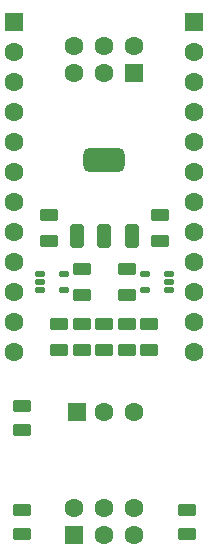
<source format=gts>
G04 Layer_Color=8388736*
%FSLAX44Y44*%
%MOMM*%
G71*
G01*
G75*
G04:AMPARAMS|DCode=26|XSize=1.5mm|YSize=1.1mm|CornerRadius=0.175mm|HoleSize=0mm|Usage=FLASHONLY|Rotation=0.000|XOffset=0mm|YOffset=0mm|HoleType=Round|Shape=RoundedRectangle|*
%AMROUNDEDRECTD26*
21,1,1.5000,0.7500,0,0,0.0*
21,1,1.1500,1.1000,0,0,0.0*
1,1,0.3500,0.5750,-0.3750*
1,1,0.3500,-0.5750,-0.3750*
1,1,0.3500,-0.5750,0.3750*
1,1,0.3500,0.5750,0.3750*
%
%ADD26ROUNDEDRECTD26*%
G04:AMPARAMS|DCode=27|XSize=0.5572mm|YSize=0.862mm|CornerRadius=0.1643mm|HoleSize=0mm|Usage=FLASHONLY|Rotation=90.000|XOffset=0mm|YOffset=0mm|HoleType=Round|Shape=RoundedRectangle|*
%AMROUNDEDRECTD27*
21,1,0.5572,0.5334,0,0,90.0*
21,1,0.2286,0.8620,0,0,90.0*
1,1,0.3286,0.2667,0.1143*
1,1,0.3286,0.2667,-0.1143*
1,1,0.3286,-0.2667,-0.1143*
1,1,0.3286,-0.2667,0.1143*
%
%ADD27ROUNDEDRECTD27*%
G04:AMPARAMS|DCode=28|XSize=3.5mm|YSize=2.05mm|CornerRadius=0.5375mm|HoleSize=0mm|Usage=FLASHONLY|Rotation=0.000|XOffset=0mm|YOffset=0mm|HoleType=Round|Shape=RoundedRectangle|*
%AMROUNDEDRECTD28*
21,1,3.5000,0.9750,0,0,0.0*
21,1,2.4250,2.0500,0,0,0.0*
1,1,1.0750,1.2125,-0.4875*
1,1,1.0750,-1.2125,-0.4875*
1,1,1.0750,-1.2125,0.4875*
1,1,1.0750,1.2125,0.4875*
%
%ADD28ROUNDEDRECTD28*%
G04:AMPARAMS|DCode=29|XSize=1.2mm|YSize=2.05mm|CornerRadius=0.325mm|HoleSize=0mm|Usage=FLASHONLY|Rotation=0.000|XOffset=0mm|YOffset=0mm|HoleType=Round|Shape=RoundedRectangle|*
%AMROUNDEDRECTD29*
21,1,1.2000,1.4000,0,0,0.0*
21,1,0.5500,2.0500,0,0,0.0*
1,1,0.6500,0.2750,-0.7000*
1,1,0.6500,-0.2750,-0.7000*
1,1,0.6500,-0.2750,0.7000*
1,1,0.6500,0.2750,0.7000*
%
%ADD29ROUNDEDRECTD29*%
%ADD30R,1.6000X1.6000*%
%ADD31C,1.6000*%
%ADD32R,1.6000X1.6000*%
D26*
X110490Y226568D02*
D03*
Y248412D02*
D03*
X91440Y201422D02*
D03*
Y179578D02*
D03*
X110490D02*
D03*
Y201422D02*
D03*
X129540D02*
D03*
Y179578D02*
D03*
X161290Y44450D02*
D03*
Y24130D02*
D03*
X21590Y44450D02*
D03*
Y24130D02*
D03*
X72390Y201422D02*
D03*
Y179578D02*
D03*
X21590Y111760D02*
D03*
Y132080D02*
D03*
X53340Y201422D02*
D03*
Y179578D02*
D03*
X72390Y226568D02*
D03*
Y248412D02*
D03*
X44450Y272288D02*
D03*
Y294132D02*
D03*
X138430Y272288D02*
D03*
Y294132D02*
D03*
D27*
X145796Y230886D02*
D03*
X145796Y237490D02*
D03*
X145796Y244094D02*
D03*
X125984D02*
D03*
Y230886D02*
D03*
X56896Y244094D02*
D03*
Y230886D02*
D03*
X37084D02*
D03*
X37084Y237490D02*
D03*
X37084Y244094D02*
D03*
D28*
X91440Y340610D02*
D03*
D29*
X114440Y276610D02*
D03*
X91440D02*
D03*
X68440D02*
D03*
D30*
X66040Y22860D02*
D03*
X116840Y414020D02*
D03*
X68580Y127000D02*
D03*
D31*
X66040Y45720D02*
D03*
X91440Y22860D02*
D03*
Y45720D02*
D03*
X116840Y22860D02*
D03*
Y45720D02*
D03*
X15240Y203200D02*
D03*
Y228600D02*
D03*
Y254000D02*
D03*
Y279400D02*
D03*
Y304800D02*
D03*
Y330200D02*
D03*
Y355600D02*
D03*
Y381000D02*
D03*
Y431800D02*
D03*
Y406400D02*
D03*
Y177800D02*
D03*
X116840Y436880D02*
D03*
X91440Y414020D02*
D03*
Y436880D02*
D03*
X66040Y414020D02*
D03*
Y436880D02*
D03*
X167640Y203200D02*
D03*
Y228600D02*
D03*
Y254000D02*
D03*
Y279400D02*
D03*
Y304800D02*
D03*
Y330200D02*
D03*
Y355600D02*
D03*
Y381000D02*
D03*
Y431800D02*
D03*
Y406400D02*
D03*
Y177800D02*
D03*
X91440Y127000D02*
D03*
X116840D02*
D03*
D32*
X15240Y457200D02*
D03*
X167640D02*
D03*
M02*

</source>
